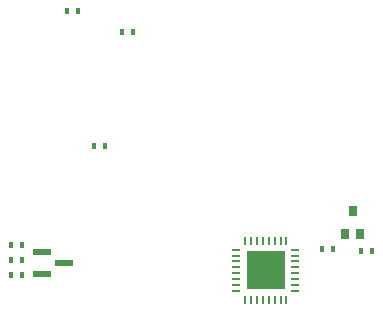
<source format=gbp>
%FSLAX24Y24*%
%MOIN*%
G70*
G01*
G75*
G04 Layer_Color=128*
%ADD10C,0.0100*%
%ADD11C,0.0197*%
%ADD12C,0.0197*%
%ADD13C,0.0394*%
%ADD14R,0.0453X0.0551*%
%ADD15R,0.0374X0.0335*%
%ADD16R,0.0217X0.0512*%
%ADD17R,0.1417X0.1417*%
%ADD18O,0.0295X0.0079*%
%ADD19O,0.0079X0.0295*%
%ADD20O,0.0315X0.0157*%
%ADD21R,0.2362X0.1890*%
%ADD22R,0.2598X0.2598*%
%ADD23O,0.0079X0.0315*%
%ADD24O,0.0315X0.0079*%
%ADD25R,0.0157X0.0335*%
%ADD26R,0.0118X0.0193*%
%ADD27R,0.0118X0.0209*%
%ADD28O,0.0098X0.0276*%
%ADD29O,0.0276X0.0098*%
%ADD30R,0.0335X0.0157*%
%ADD31O,0.0217X0.0866*%
%ADD32O,0.0177X0.0532*%
%ADD33R,0.0217X0.0394*%
%ADD34R,0.0157X0.0236*%
%ADD35R,0.0236X0.0157*%
%ADD36R,0.0354X0.0276*%
%ADD37R,0.0354X0.0197*%
%ADD38R,0.0630X0.0551*%
%ADD39R,0.0748X0.0630*%
%ADD40R,0.0157X0.0532*%
%ADD41R,0.0197X0.0354*%
%ADD42R,0.1339X0.0591*%
%ADD43R,0.1378X0.0394*%
%ADD44R,0.0138X0.0394*%
%ADD45R,0.0217X0.0098*%
%ADD46R,0.1024X0.0591*%
%ADD47R,0.0197X0.0315*%
G04:AMPARAMS|DCode=48|XSize=63mil|YSize=98.4mil|CornerRadius=15.7mil|HoleSize=0mil|Usage=FLASHONLY|Rotation=270.000|XOffset=0mil|YOffset=0mil|HoleType=Round|Shape=RoundedRectangle|*
%AMROUNDEDRECTD48*
21,1,0.0630,0.0669,0,0,270.0*
21,1,0.0315,0.0984,0,0,270.0*
1,1,0.0315,-0.0335,-0.0157*
1,1,0.0315,-0.0335,0.0157*
1,1,0.0315,0.0335,0.0157*
1,1,0.0315,0.0335,-0.0157*
%
%ADD48ROUNDEDRECTD48*%
G04:AMPARAMS|DCode=49|XSize=33.5mil|YSize=17.7mil|CornerRadius=4.4mil|HoleSize=0mil|Usage=FLASHONLY|Rotation=270.000|XOffset=0mil|YOffset=0mil|HoleType=Round|Shape=RoundedRectangle|*
%AMROUNDEDRECTD49*
21,1,0.0335,0.0089,0,0,270.0*
21,1,0.0246,0.0177,0,0,270.0*
1,1,0.0089,-0.0044,-0.0123*
1,1,0.0089,-0.0044,0.0123*
1,1,0.0089,0.0044,0.0123*
1,1,0.0089,0.0044,-0.0123*
%
%ADD49ROUNDEDRECTD49*%
%ADD50C,0.0200*%
%ADD51C,0.0150*%
%ADD52C,0.0661*%
%ADD53C,0.0591*%
%ADD54C,0.0591*%
%ADD55C,0.1260*%
%ADD56C,0.0630*%
%ADD57C,0.0270*%
%ADD58C,0.0340*%
%ADD59C,0.0290*%
%ADD60C,0.0300*%
%ADD61R,0.0276X0.0354*%
%ADD62O,0.0315X0.0098*%
%ADD63O,0.0098X0.0315*%
%ADD64R,0.1299X0.1299*%
%ADD65R,0.0591X0.0236*%
%ADD66C,0.0098*%
%ADD67C,0.0157*%
%ADD68C,0.0039*%
%ADD69C,0.0079*%
%ADD70C,0.0047*%
%ADD71C,0.0050*%
%ADD72C,0.0040*%
%ADD73C,0.0060*%
%ADD74R,0.0148X0.0177*%
%ADD75R,0.0551X0.0433*%
%ADD76R,0.0513X0.0611*%
%ADD77R,0.0434X0.0395*%
%ADD78R,0.0277X0.0572*%
%ADD79R,0.1477X0.1477*%
%ADD80O,0.0355X0.0139*%
%ADD81O,0.0139X0.0355*%
%ADD82O,0.0375X0.0217*%
%ADD83R,0.2422X0.1950*%
%ADD84R,0.2658X0.2658*%
%ADD85O,0.0139X0.0375*%
%ADD86O,0.0375X0.0139*%
%ADD87R,0.0217X0.0395*%
%ADD88R,0.0178X0.0253*%
%ADD89R,0.0178X0.0269*%
%ADD90O,0.0158X0.0336*%
%ADD91O,0.0336X0.0158*%
%ADD92R,0.0395X0.0217*%
%ADD93O,0.0277X0.0926*%
%ADD94O,0.0237X0.0592*%
%ADD95R,0.0277X0.0454*%
%ADD96R,0.0217X0.0296*%
%ADD97R,0.0296X0.0217*%
%ADD98R,0.0414X0.0336*%
%ADD99R,0.0414X0.0257*%
%ADD100R,0.0709X0.0630*%
%ADD101R,0.0827X0.0709*%
%ADD102R,0.0236X0.0610*%
%ADD103R,0.0257X0.0414*%
%ADD104R,0.1399X0.0651*%
%ADD105R,0.1438X0.0454*%
%ADD106R,0.0198X0.0454*%
%ADD107R,0.0277X0.0158*%
%ADD108R,0.1084X0.0651*%
%ADD109R,0.0257X0.0375*%
G04:AMPARAMS|DCode=110|XSize=69mil|YSize=104.4mil|CornerRadius=18.7mil|HoleSize=0mil|Usage=FLASHONLY|Rotation=270.000|XOffset=0mil|YOffset=0mil|HoleType=Round|Shape=RoundedRectangle|*
%AMROUNDEDRECTD110*
21,1,0.0690,0.0669,0,0,270.0*
21,1,0.0315,0.1044,0,0,270.0*
1,1,0.0375,-0.0335,-0.0157*
1,1,0.0375,-0.0335,0.0157*
1,1,0.0375,0.0335,0.0157*
1,1,0.0375,0.0335,-0.0157*
%
%ADD110ROUNDEDRECTD110*%
G04:AMPARAMS|DCode=111|XSize=39.5mil|YSize=23.7mil|CornerRadius=7.4mil|HoleSize=0mil|Usage=FLASHONLY|Rotation=270.000|XOffset=0mil|YOffset=0mil|HoleType=Round|Shape=RoundedRectangle|*
%AMROUNDEDRECTD111*
21,1,0.0395,0.0089,0,0,270.0*
21,1,0.0246,0.0237,0,0,270.0*
1,1,0.0149,-0.0044,-0.0123*
1,1,0.0149,-0.0044,0.0123*
1,1,0.0149,0.0044,0.0123*
1,1,0.0149,0.0044,-0.0123*
%
%ADD111ROUNDEDRECTD111*%
%ADD112C,0.0721*%
%ADD113C,0.0651*%
%ADD114C,0.0651*%
%ADD115C,0.1320*%
%ADD116C,0.0690*%
%ADD117R,0.0336X0.0414*%
%ADD118O,0.0375X0.0158*%
%ADD119O,0.0158X0.0375*%
%ADD120R,0.1359X0.1359*%
%ADD121R,0.0651X0.0296*%
D34*
X51873Y20500D02*
D03*
X52227D02*
D03*
X50573Y20550D02*
D03*
X50927D02*
D03*
X43327Y24000D02*
D03*
X42973D02*
D03*
X42073Y28500D02*
D03*
X42427D02*
D03*
X40577Y20700D02*
D03*
X40223D02*
D03*
X40577Y20200D02*
D03*
X40223D02*
D03*
X40577Y19700D02*
D03*
X40223D02*
D03*
X44277Y27800D02*
D03*
X43923D02*
D03*
D61*
X51600Y21824D02*
D03*
X51344Y21076D02*
D03*
X51856D02*
D03*
D62*
X49684Y20539D02*
D03*
Y20342D02*
D03*
Y20145D02*
D03*
Y19948D02*
D03*
Y19752D02*
D03*
Y19555D02*
D03*
Y19358D02*
D03*
Y19161D02*
D03*
X47716D02*
D03*
Y19358D02*
D03*
Y19555D02*
D03*
Y19752D02*
D03*
Y19948D02*
D03*
Y20145D02*
D03*
Y20342D02*
D03*
Y20539D02*
D03*
D63*
X49389Y18866D02*
D03*
X49192D02*
D03*
X48995D02*
D03*
X48798D02*
D03*
X48602D02*
D03*
X48405D02*
D03*
X48208D02*
D03*
X48011D02*
D03*
Y20834D02*
D03*
X48208D02*
D03*
X48405D02*
D03*
X48602D02*
D03*
X48798D02*
D03*
X48995D02*
D03*
X49192D02*
D03*
X49389D02*
D03*
D64*
X48700Y19850D02*
D03*
D65*
X41974Y20100D02*
D03*
X41226Y20474D02*
D03*
Y19726D02*
D03*
M02*

</source>
